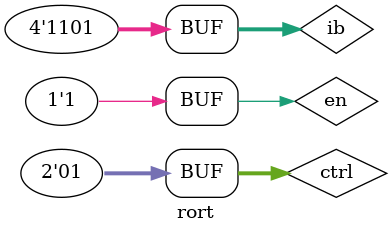
<source format=v>
module rort();
parameter n=4;
reg en; //enable
reg [n-1:0]ib; //input bits
reg [1:0]ctrl; //comtrol bits
wire [n-1:0]out; //output bits
ror uut(en,ctrl,ib,out);
initial begin 
en=1;
ib=4'b1101;
ctrl=2'b01;

//expected output 0111
end
endmodule

</source>
